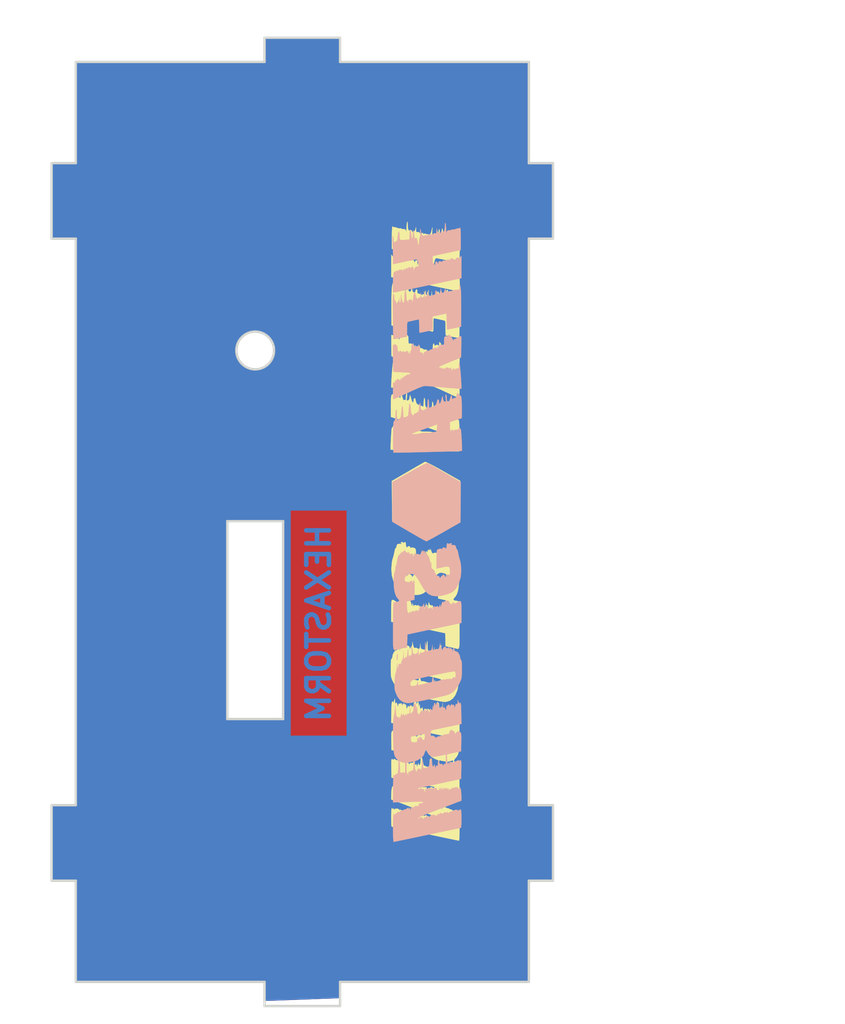
<source format=kicad_pcb>
(kicad_pcb (version 20221018) (generator pcbnew)
  (layers (0 "F.Cu" signal) (31 "B.Cu" signal) (34 "B.Paste" user) (35 "F.Paste" user) (36 "B.SilkS" user "B.Silkscreen") (37 "F.SilkS" user "F.Silkscreen") (38 "B.Mask" user) (39 "F.Mask" user) (44 "Edge.Cuts" user))
  (net 0 "")
  (footprint "footprints:TestPoint_Pad_2.0x2.0mm_nosilk" (layer "F.Cu") (at 143.2945 72.7795)
    (fp_text reference "J1" hide)
    (fp_text value "Conn_01x01")
    (pad "1" smd rect (at 0 0) (size 2 2) (layers "F.Cu" "F.Mask"))
  )
  (footprint "footprints:TestPoint_Pad_2.0x2.0mm_nosilk" (layer "F.Cu") (at 143.3145 122.1195)
    (fp_text reference "J2" hide)
    (fp_text value "Conn_01x01")
    (pad "1" smd rect (at 0 0) (size 2 2) (layers "F.Cu" "F.Mask"))
  )
  (footprint "footprints:TestPoint_Pad_2.0x2.0mm_nosilk" (layer "F.Cu") (at 171.1645 122.1295)
    (fp_text reference "J4" hide)
    (fp_text value "Conn_01x01")
    (pad "1" smd rect (at 0 0) (size 2 2) (layers "F.Cu" "F.Mask"))
  )
  (footprint "footprints:TestPoint_Pad_2.0x2.0mm_nosilk" (layer "F.Cu") (at 171.2045 72.7295)
    (fp_text reference "J3" hide)
    (fp_text value "Conn_01x01")
    (pad "1" smd rect (at 0 0) (size 2 2) (layers "F.Cu" "F.Mask"))
  )
  (footprint "footprints:hexastorm" (layer "F.Cu") (at 165.4045 98.0195 -90)
    (fp_text reference "L2" hide)
    (fp_text value "Logo_Open_Hardware_Large" hide)
  )
  (footprint "footprints:hexastorm" (layer "B.Cu") (at 165.4845 98.0995 -90)
    (fp_text reference "L1" hide)
    (fp_text value "Logo_Open_Hardware_Large" hide)
  )
  (gr_line (start 172.2345 116.1995) (end 173.8345 116.1995) (stroke (width 0.16)) (layer "Edge.Cuts"))
  (gr_line (start 173.8345 116.1995) (end 173.8345 121.1995) (stroke (width 0.16)) (layer "Edge.Cuts"))
  (gr_line (start 172.2345 66.9995) (end 172.2345 73.6995) (stroke (width 0.16)) (layer "Edge.Cuts"))
  (gr_line (start 142.2345 121.1995) (end 140.6345 121.1995) (stroke (width 0.16)) (layer "Edge.Cuts"))
  (gr_line (start 172.2345 73.6995) (end 173.8345 73.6995) (stroke (width 0.16)) (layer "Edge.Cuts"))
  (gr_line (start 152.2645 110.4995) (end 155.9645 110.4995) (stroke (width 0.16)) (layer "Edge.Cuts"))
  (gr_line (start 140.6345 121.1995) (end 140.6345 116.1995) (stroke (width 0.16)) (layer "Edge.Cuts"))
  (gr_line (start 155.9645 97.3995) (end 152.2645 97.3995) (stroke (width 0.16)) (layer "Edge.Cuts"))
  (gr_line (start 154.7345 66.9995) (end 154.7345 65.3995) (stroke (width 0.16)) (layer "Edge.Cuts"))
  (gr_line (start 142.2345 78.6995) (end 140.6345 78.6995) (stroke (width 0.16)) (layer "Edge.Cuts"))
  (gr_line (start 152.2645 97.3995) (end 152.2645 110.4995) (stroke (width 0.16)) (layer "Edge.Cuts"))
  (gr_line (start 159.7345 129.4995) (end 154.7345 129.4995) (stroke (width 0.16)) (layer "Edge.Cuts"))
  (gr_line (start 142.2345 66.9995) (end 154.7345 66.9995) (stroke (width 0.16)) (layer "Edge.Cuts"))
  (gr_line (start 173.8345 73.6995) (end 173.8345 78.6995) (stroke (width 0.16)) (layer "Edge.Cuts"))
  (gr_line (start 155.9645 110.4995) (end 155.9645 97.3995) (stroke (width 0.16)) (layer "Edge.Cuts"))
  (gr_line (start 154.7345 129.4995) (end 154.7345 127.8995) (stroke (width 0.16)) (layer "Edge.Cuts"))
  (gr_line (start 142.2345 127.8995) (end 154.7345 127.8995) (stroke (width 0.16)) (layer "Edge.Cuts"))
  (gr_line (start 172.2345 121.1995) (end 172.2345 127.8995) (stroke (width 0.16)) (layer "Edge.Cuts"))
  (gr_line (start 142.2345 78.6995) (end 142.2345 116.1995) (stroke (width 0.16)) (layer "Edge.Cuts"))
  (gr_line (start 173.8345 78.6995) (end 172.2345 78.6995) (stroke (width 0.16)) (layer "Edge.Cuts"))
  (gr_line (start 159.7345 127.8995) (end 159.7345 129.4995) (stroke (width 0.16)) (layer "Edge.Cuts"))
  (gr_line (start 154.7345 65.3995) (end 159.7345 65.3995) (stroke (width 0.16)) (layer "Edge.Cuts"))
  (gr_line (start 172.2345 127.8995) (end 159.7345 127.8995) (stroke (width 0.16)) (layer "Edge.Cuts"))
  (gr_line (start 142.2345 66.9995) (end 142.2345 73.6995) (stroke (width 0.16)) (layer "Edge.Cuts"))
  (gr_line (start 173.8345 121.1995) (end 172.2345 121.1995) (stroke (width 0.16)) (layer "Edge.Cuts"))
  (gr_line (start 140.6345 73.6995) (end 142.2345 73.6995) (stroke (width 0.16)) (layer "Edge.Cuts"))
  (gr_line (start 140.6345 116.1995) (end 142.2345 116.1995) (stroke (width 0.16)) (layer "Edge.Cuts"))
  (gr_line (start 140.6345 78.6995) (end 140.6345 73.6995) (stroke (width 0.16)) (layer "Edge.Cuts"))
  (gr_line (start 142.2345 121.1995) (end 142.2345 127.8995) (stroke (width 0.16)) (layer "Edge.Cuts"))
  (gr_line (start 159.7345 65.3995) (end 159.7345 66.9995) (stroke (width 0.16)) (layer "Edge.Cuts"))
  (gr_line (start 159.7345 66.9995) (end 172.2345 66.9995) (stroke (width 0.16)) (layer "Edge.Cuts"))
  (gr_circle (center 154.1145 86.0995) (end 152.8645 86.0995) (stroke (width 0.16)) (fill none) (layer "Edge.Cuts"))
  (gr_line (start 172.2345 78.6995) (end 172.2345 116.1995) (stroke (width 0.16)) (layer "Edge.Cuts"))
  (gr_text "HEXASTORM" (at 149.4145 97.4495 -90) (layer "F.Cu") (effects (font (size 1.5 1.5) (thickness 0.3))))
  (gr_text "HEXASTORM" (at 158.3145 104.1495 90) (layer "B.Cu") (effects (font (size 1.5 1.5) (thickness 0.3)) (justify mirror)))
  (zone (net 0) (net_name "") (layers "F&B.Cu") (connect_pads (clearance 0.508)) (min_thickness 0.254) (fill yes (thermal_gap 0.508) (thermal_bridge_width 0.508))
    (polygon (pts (xy 176.5145 128.3495) (xy 139.1145 129.7495) (xy 139.4145 65.2495) (xy 176.7145 64.8495)))
  )
)
</source>
